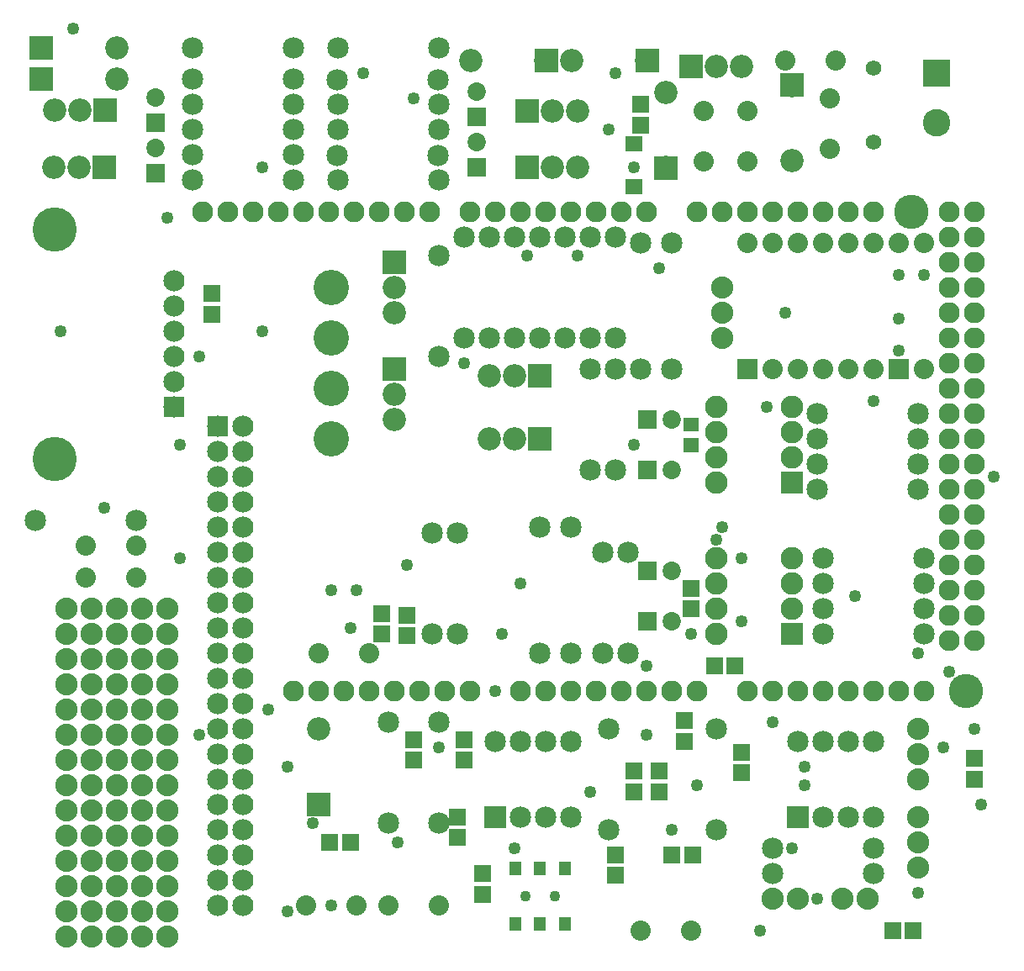
<source format=gts>
G04 MADE WITH FRITZING*
G04 WWW.FRITZING.ORG*
G04 DOUBLE SIDED*
G04 HOLES PLATED*
G04 CONTOUR ON CENTER OF CONTOUR VECTOR*
%ASAXBY*%
%FSLAX23Y23*%
%MOIN*%
%OFA0B0*%
%SFA1.0B1.0*%
%ADD10C,0.049370*%
%ADD11C,0.043465*%
%ADD12C,0.084000*%
%ADD13C,0.175354*%
%ADD14C,0.080000*%
%ADD15C,0.088000*%
%ADD16C,0.085000*%
%ADD17C,0.140000*%
%ADD18C,0.082917*%
%ADD19C,0.135984*%
%ADD20C,0.092000*%
%ADD21C,0.061496*%
%ADD22C,0.089370*%
%ADD23C,0.072992*%
%ADD24C,0.109055*%
%ADD25R,0.049370X0.055276*%
%ADD26R,0.069055X0.065118*%
%ADD27R,0.065118X0.069055*%
%ADD28R,0.067874X0.060000*%
%ADD29R,0.084000X0.084000*%
%ADD30R,0.080000X0.080000*%
%ADD31R,0.085000X0.085000*%
%ADD32R,0.092000X0.092000*%
%ADD33R,0.089370X0.089370*%
%ADD34R,0.072992X0.072992*%
%ADD35R,0.109055X0.109055*%
%ADD36C,0.010000*%
%LNMASK1*%
G90*
G70*
G54D10*
X3566Y1378D03*
X2991Y1103D03*
X2441Y3303D03*
X2341Y3453D03*
X1966Y603D03*
X2491Y1328D03*
X716Y1053D03*
G54D11*
X2009Y414D03*
X2127Y414D03*
G54D10*
X2441Y2203D03*
X3041Y2728D03*
X1366Y3678D03*
X216Y3853D03*
X3116Y928D03*
X1666Y1003D03*
X2491Y1053D03*
X2591Y678D03*
X2266Y828D03*
X2691Y853D03*
X1166Y703D03*
X2366Y3678D03*
X1066Y928D03*
X1766Y2528D03*
X991Y1153D03*
X1916Y1453D03*
X3666Y1003D03*
X3691Y1303D03*
X2666Y1453D03*
X591Y3103D03*
G54D12*
X616Y2353D03*
X616Y2453D03*
X616Y2553D03*
X616Y2653D03*
X616Y2753D03*
X616Y2853D03*
G54D13*
X144Y2148D03*
X144Y3058D03*
G54D10*
X3491Y2878D03*
X3491Y2703D03*
X3491Y2578D03*
X3066Y603D03*
X3116Y853D03*
X3591Y2878D03*
X2216Y2953D03*
X2016Y2953D03*
X966Y2653D03*
X716Y2553D03*
X341Y1953D03*
X641Y2203D03*
X641Y1753D03*
X2866Y1753D03*
X2966Y2353D03*
X3391Y2378D03*
X1502Y628D03*
G54D14*
X3591Y3003D03*
X3591Y2503D03*
X3491Y3003D03*
X3491Y2503D03*
X3391Y3003D03*
X3391Y2503D03*
X3291Y3003D03*
X3291Y2503D03*
X3191Y3003D03*
X3191Y2503D03*
X3091Y3003D03*
X3091Y2503D03*
X2991Y3003D03*
X2991Y2503D03*
X2891Y3003D03*
X2891Y2503D03*
G54D10*
X3866Y2078D03*
X1566Y3578D03*
X3166Y403D03*
X3791Y1078D03*
X3816Y778D03*
X966Y3303D03*
X1891Y1228D03*
G54D15*
X191Y1553D03*
X291Y1553D03*
X391Y1553D03*
X491Y1553D03*
X591Y1553D03*
X191Y253D03*
X291Y253D03*
X391Y253D03*
X491Y253D03*
X591Y253D03*
X191Y853D03*
X191Y1153D03*
X191Y353D03*
X291Y353D03*
X391Y353D03*
X491Y353D03*
X591Y353D03*
X191Y1353D03*
X191Y1253D03*
X191Y1053D03*
X191Y753D03*
X191Y453D03*
X191Y953D03*
X191Y1453D03*
X191Y653D03*
X191Y553D03*
X291Y853D03*
X291Y1153D03*
X291Y1353D03*
X291Y1253D03*
X291Y1053D03*
X291Y753D03*
X291Y453D03*
X291Y953D03*
X291Y1453D03*
X291Y653D03*
X291Y553D03*
X391Y853D03*
X391Y1153D03*
X391Y1353D03*
X391Y1253D03*
X391Y1053D03*
X391Y753D03*
X391Y453D03*
X391Y953D03*
X391Y1453D03*
X391Y653D03*
X391Y553D03*
X491Y853D03*
X491Y1153D03*
X491Y1353D03*
X491Y1253D03*
X491Y1053D03*
X491Y753D03*
X491Y453D03*
X491Y953D03*
X491Y1453D03*
X491Y653D03*
X491Y553D03*
X591Y453D03*
X591Y553D03*
X591Y653D03*
X591Y753D03*
X591Y853D03*
X591Y953D03*
X591Y1053D03*
X591Y1153D03*
X591Y1253D03*
X591Y1353D03*
X591Y1453D03*
G54D16*
X1891Y728D03*
X1891Y1028D03*
X1991Y728D03*
X1991Y1028D03*
X2091Y728D03*
X2091Y1028D03*
X2191Y728D03*
X2191Y1028D03*
G54D17*
X1241Y2628D03*
X1241Y2828D03*
X1241Y2428D03*
X1241Y2228D03*
X1241Y2628D03*
X1241Y2828D03*
X1241Y2428D03*
X1241Y2228D03*
G54D10*
X1316Y1478D03*
X3316Y1603D03*
X2866Y1503D03*
X1991Y1653D03*
X1541Y1728D03*
X1241Y378D03*
X1066Y353D03*
X166Y2653D03*
X3566Y428D03*
X2541Y2903D03*
X2941Y278D03*
X2791Y1878D03*
X2766Y1828D03*
X1241Y1628D03*
X1341Y1628D03*
G54D16*
X3091Y728D03*
X3091Y1028D03*
X3191Y728D03*
X3191Y1028D03*
X3291Y728D03*
X3291Y1028D03*
X3391Y728D03*
X3391Y1028D03*
G54D12*
X891Y2278D03*
X891Y2178D03*
X891Y2078D03*
X891Y1978D03*
X891Y1878D03*
X891Y1778D03*
X891Y1678D03*
X891Y1578D03*
X891Y1478D03*
X891Y1378D03*
X891Y1278D03*
X891Y1178D03*
X891Y1078D03*
X891Y978D03*
X891Y878D03*
X891Y778D03*
X891Y678D03*
X891Y578D03*
X891Y478D03*
X891Y378D03*
X791Y2278D03*
X791Y2178D03*
X791Y2078D03*
X791Y1978D03*
X791Y1878D03*
X791Y1778D03*
X791Y1678D03*
X791Y1578D03*
X791Y1478D03*
X791Y1378D03*
X791Y1278D03*
X791Y1178D03*
X791Y1078D03*
X791Y978D03*
X791Y878D03*
X791Y778D03*
X791Y678D03*
X791Y578D03*
X791Y478D03*
X791Y378D03*
G54D18*
X2991Y1228D03*
X1391Y1228D03*
X3091Y1228D03*
X3191Y1228D03*
X3291Y1228D03*
X3391Y1228D03*
X3691Y2628D03*
X3491Y1228D03*
X3591Y1228D03*
X1431Y3128D03*
X1991Y1228D03*
X2091Y1228D03*
X2191Y1228D03*
X2291Y1228D03*
X3691Y1828D03*
X2391Y1228D03*
X2491Y1228D03*
X2591Y1228D03*
X2691Y1228D03*
X2191Y3128D03*
X3691Y3028D03*
X3691Y2228D03*
X3691Y1428D03*
X1031Y3128D03*
X1791Y1228D03*
X1791Y3128D03*
X3691Y2828D03*
X3691Y2428D03*
X3691Y2028D03*
X3391Y3128D03*
X3691Y1628D03*
X3291Y3128D03*
X3191Y3128D03*
X3091Y3128D03*
X2991Y3128D03*
X2891Y3128D03*
X2791Y3128D03*
X2691Y3128D03*
X831Y3128D03*
X1231Y3128D03*
X1631Y3128D03*
X1191Y1228D03*
X1591Y1228D03*
X2391Y3128D03*
X1991Y3128D03*
X3691Y3128D03*
X3691Y2928D03*
X3691Y2728D03*
X3691Y2528D03*
X3691Y2328D03*
X3691Y2128D03*
X3691Y1928D03*
X3691Y1728D03*
X3691Y1528D03*
X731Y3128D03*
X931Y3128D03*
X1131Y3128D03*
X1331Y3128D03*
X1531Y3128D03*
X1091Y1228D03*
X1291Y1228D03*
X1491Y1228D03*
X1691Y1228D03*
X2491Y3128D03*
X2291Y3128D03*
X2091Y3128D03*
X1891Y3128D03*
X3791Y3128D03*
X3791Y3028D03*
X3791Y2928D03*
X3791Y2828D03*
X3791Y2728D03*
X3791Y2628D03*
X3791Y2528D03*
X3791Y2428D03*
X3791Y2328D03*
X3791Y2228D03*
X3791Y2128D03*
X3791Y2028D03*
X3791Y1928D03*
X3791Y1828D03*
X3791Y1728D03*
X3791Y1628D03*
X3791Y1528D03*
X3791Y1428D03*
X2891Y1228D03*
G54D19*
X3757Y1228D03*
X3541Y3128D03*
G54D20*
X1491Y2503D03*
X1491Y2403D03*
X1491Y2303D03*
X2066Y2478D03*
X1966Y2478D03*
X1866Y2478D03*
X1491Y2928D03*
X1491Y2828D03*
X1491Y2728D03*
X2066Y2228D03*
X1966Y2228D03*
X1866Y2228D03*
G54D14*
X1191Y1378D03*
X1391Y1378D03*
G54D20*
X2566Y3303D03*
X2566Y3601D03*
G54D16*
X466Y1903D03*
X66Y1903D03*
G54D15*
X3566Y528D03*
X3566Y628D03*
X3566Y728D03*
X3566Y1078D03*
X3566Y978D03*
X3566Y878D03*
X2791Y2828D03*
X2791Y2728D03*
X2791Y2628D03*
G54D16*
X2991Y603D03*
X3391Y603D03*
X2991Y503D03*
X3391Y503D03*
G54D15*
X2991Y403D03*
X3091Y403D03*
X3266Y403D03*
X3366Y403D03*
G54D16*
X3591Y1453D03*
X3191Y1453D03*
X2366Y3028D03*
X2366Y2628D03*
X2266Y3028D03*
X2266Y2628D03*
X3566Y2028D03*
X3166Y2028D03*
X3591Y1753D03*
X3191Y1753D03*
X2166Y3028D03*
X2166Y2628D03*
X1666Y2953D03*
X1666Y2553D03*
X3566Y2328D03*
X3166Y2328D03*
G54D20*
X2666Y3703D03*
X2766Y3703D03*
X2866Y3703D03*
G54D14*
X3041Y3728D03*
X3241Y3728D03*
X2891Y3528D03*
X2891Y3328D03*
X3216Y3378D03*
X3216Y3578D03*
X2716Y3528D03*
X2716Y3328D03*
G54D20*
X3066Y3628D03*
X3066Y3330D03*
G54D21*
X3391Y3403D03*
X3391Y3698D03*
X3391Y3403D03*
X3391Y3698D03*
G54D22*
X3066Y1453D03*
X2766Y1453D03*
X3066Y1553D03*
X2766Y1553D03*
X3066Y1653D03*
X2766Y1653D03*
X3066Y1753D03*
X2766Y1753D03*
X3066Y2053D03*
X2766Y2053D03*
X3066Y2153D03*
X2766Y2153D03*
X3066Y2253D03*
X2766Y2253D03*
X3066Y2353D03*
X2766Y2353D03*
G54D16*
X3591Y1553D03*
X3191Y1553D03*
X1866Y3028D03*
X1866Y2628D03*
X1966Y3028D03*
X1966Y2628D03*
X3566Y2128D03*
X3166Y2128D03*
X3591Y1653D03*
X3191Y1653D03*
X2066Y3028D03*
X2066Y2628D03*
X1766Y3028D03*
X1766Y2628D03*
X3566Y2228D03*
X3166Y2228D03*
X2066Y1378D03*
X2066Y1878D03*
X2591Y2503D03*
X2591Y3003D03*
X2191Y1878D03*
X2191Y1378D03*
X2466Y3003D03*
X2466Y2503D03*
X2416Y1778D03*
X2416Y1378D03*
X2266Y2103D03*
X2266Y2503D03*
X2316Y1778D03*
X2316Y1378D03*
X2366Y2103D03*
X2366Y2503D03*
G54D23*
X2493Y1703D03*
X2591Y1703D03*
X2493Y2303D03*
X2591Y2303D03*
X2493Y1503D03*
X2591Y1503D03*
X2493Y2103D03*
X2591Y2103D03*
G54D16*
X1741Y1853D03*
X1741Y1453D03*
G54D14*
X1666Y378D03*
X1466Y378D03*
X1341Y378D03*
X1141Y378D03*
G54D16*
X1666Y703D03*
X1666Y1103D03*
X1466Y703D03*
X1466Y1103D03*
G54D20*
X1191Y778D03*
X1191Y1076D03*
G54D14*
X266Y1678D03*
X466Y1678D03*
X266Y1803D03*
X466Y1803D03*
X2666Y278D03*
X2466Y278D03*
G54D16*
X2766Y678D03*
X2766Y1078D03*
X2341Y678D03*
X2341Y1078D03*
X1641Y1853D03*
X1641Y1453D03*
X1091Y3253D03*
X691Y3253D03*
X1266Y3253D03*
X1666Y3253D03*
X1091Y3553D03*
X691Y3553D03*
X1266Y3553D03*
X1666Y3553D03*
G54D23*
X542Y3281D03*
X542Y3379D03*
X1816Y3305D03*
X1816Y3403D03*
X542Y3481D03*
X542Y3579D03*
X1816Y3505D03*
X1816Y3603D03*
G54D20*
X91Y3653D03*
X389Y3653D03*
X2091Y3728D03*
X1793Y3728D03*
X91Y3778D03*
X389Y3778D03*
X2491Y3728D03*
X2193Y3728D03*
X341Y3303D03*
X241Y3303D03*
X141Y3303D03*
X2016Y3303D03*
X2116Y3303D03*
X2216Y3303D03*
X342Y3529D03*
X242Y3529D03*
X142Y3529D03*
X2016Y3528D03*
X2116Y3528D03*
X2216Y3528D03*
G54D16*
X1091Y3353D03*
X691Y3353D03*
X1265Y3352D03*
X1665Y3352D03*
X1091Y3653D03*
X691Y3653D03*
X1265Y3652D03*
X1665Y3652D03*
X1091Y3453D03*
X691Y3453D03*
X1266Y3453D03*
X1666Y3453D03*
X1091Y3778D03*
X691Y3778D03*
X1266Y3778D03*
X1666Y3778D03*
G54D24*
X3641Y3678D03*
X3641Y3481D03*
G54D25*
X1969Y303D03*
X2068Y303D03*
X2166Y303D03*
X1969Y525D03*
X2068Y525D03*
X2166Y525D03*
G54D26*
X1841Y503D03*
X1841Y422D03*
X2366Y578D03*
X2366Y497D03*
G54D27*
X2591Y578D03*
X2672Y578D03*
G54D26*
X1441Y1453D03*
X1441Y1534D03*
G54D28*
X2441Y3228D03*
X2441Y3397D03*
G54D26*
X2641Y1028D03*
X2641Y1109D03*
X2866Y903D03*
X2866Y984D03*
X1766Y953D03*
X1766Y1034D03*
X1566Y953D03*
X1566Y1034D03*
X1541Y1528D03*
X1541Y1447D03*
X2466Y3553D03*
X2466Y3472D03*
X3791Y878D03*
X3791Y959D03*
G54D27*
X3466Y278D03*
X3547Y278D03*
G54D26*
X2441Y828D03*
X2441Y909D03*
X2541Y828D03*
X2541Y909D03*
X2666Y1553D03*
X2666Y1634D03*
X766Y2803D03*
X766Y2722D03*
X1741Y728D03*
X1741Y647D03*
G54D27*
X1235Y628D03*
X1316Y628D03*
X2841Y1328D03*
X2760Y1328D03*
G54D29*
X616Y2353D03*
G54D30*
X2891Y2503D03*
X3491Y2503D03*
G54D31*
X1891Y728D03*
X3091Y728D03*
G54D29*
X791Y2278D03*
G54D32*
X1491Y2503D03*
X2066Y2478D03*
X1491Y2928D03*
X2066Y2228D03*
X2566Y3302D03*
X2666Y3703D03*
X3066Y3629D03*
G54D33*
X3066Y1453D03*
X3066Y2053D03*
G54D34*
X2493Y1703D03*
X2493Y2303D03*
X2493Y1503D03*
X2493Y2103D03*
G54D32*
X1191Y777D03*
G54D34*
X542Y3281D03*
X1816Y3305D03*
X542Y3481D03*
X1816Y3505D03*
G54D32*
X90Y3653D03*
X2092Y3728D03*
X90Y3778D03*
X2492Y3728D03*
X341Y3303D03*
X2016Y3303D03*
X342Y3529D03*
X2016Y3528D03*
G54D35*
X3641Y3678D03*
G54D36*
G36*
X2637Y2231D02*
X2696Y2231D01*
X2696Y2175D01*
X2637Y2175D01*
X2637Y2231D01*
G37*
D02*
G36*
X2637Y2311D02*
X2696Y2311D01*
X2696Y2256D01*
X2637Y2256D01*
X2637Y2311D01*
G37*
D02*
G04 End of Mask1*
M02*
</source>
